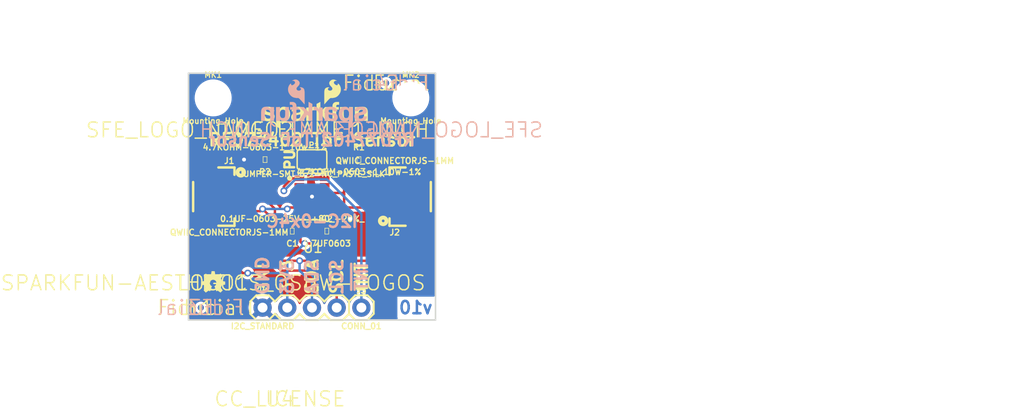
<source format=kicad_pcb>
(kicad_pcb (version 20221018) (generator pcbnew)
  (layers (0 "F.Cu" signal) (31 "B.Cu" signal) (34 "B.Paste" user) (35 "F.Paste" user) (36 "B.SilkS" user "B.Silkscreen") (37 "F.SilkS" user "F.Silkscreen") (38 "B.Mask" user) (39 "F.Mask" user) (44 "Edge.Cuts" user))
  (net 0 "")
  (net 1 "GND")
  (net 2 "+3V3")
  (net 3 "SDA")
  (net 4 "SCL")
  (net 5 "~{INT}")
  (net 6 "Net-(JP1-Pad1)")
  (net 7 "Net-(JP1-Pad3)")
  (footprint "SparkFun-Jumpers:SMT-JUMPER_3_2-NC_PASTE_SILK" (layer "F.Cu") (at 149.86 100.33)
    (fp_text reference "JP1" (at 0 -1.143) (layer "F.SilkS") (effects (font (size 0.57912 0.57912) (thickness 0.12192)) (justify bottom)))
    (fp_text value "JUMPER-SMT_3_2-NC_PASTE_SILK" (at 0 1.143) (layer "F.SilkS") (effects (font (size 0.57912 0.57912) (thickness 0.12192)) (justify top)))
    (pad "1" smd rect (at -0.8128 0) (size 0.635 1.27) (layers "F.Cu" "F.Paste" "F.Mask") (net 6 "Net-(JP1-Pad1)"))
    (pad "2" smd rect (at 0 0) (size 0.635 1.27) (layers "F.Cu" "F.Paste" "F.Mask") (net 2 "+3V3"))
    (pad "3" smd rect (at 0.8128 0) (size 0.635 1.27) (layers "F.Cu" "F.Paste" "F.Mask") (net 7 "Net-(JP1-Pad3)"))
  )
  (footprint "SparkFun-Aesthetics:OSHW-LOGO-MINI" (layer "F.Cu") (at 139.7 113.03)
    (fp_text reference "LOGO1" (at 0 0) (layer "F.SilkS") (effects (font (size 1.524 1.524))))
    (fp_text value "SPARKFUN-AESTHETICS_OSHW-LOGOS" (at 0 0) (layer "F.SilkS") (effects (font (size 1.524 1.524))))
  )
  (footprint "SparkFun-Hardware:STAND-OFF" (layer "F.Cu") (at 139.7 93.98)
    (fp_text reference "MK1" (at 0 -2.032) (layer "F.SilkS") (effects (font (size 0.57912 0.57912) (thickness 0.12192)) (justify bottom)))
    (fp_text value "Mounting_Hole" (at 0 2.032) (layer "F.SilkS") (effects (font (size 0.57912 0.57912) (thickness 0.12192)) (justify top)))
    (pad "" np_thru_hole circle (at 0 0) (size 3.302 3.302) (drill 3.302) (layers "*.Cu"))
  )
  (footprint "SparkFun-Hardware:STAND-OFF" (layer "F.Cu") (at 160.02 93.98)
    (fp_text reference "MK2" (at 0 -2.032) (layer "F.SilkS") (effects (font (size 0.57912 0.57912) (thickness 0.12192)) (justify bottom)))
    (fp_text value "Mounting_Hole" (at 0 2.032) (layer "F.SilkS") (effects (font (size 0.57912 0.57912) (thickness 0.12192)) (justify top)))
    (pad "" np_thru_hole circle (at 0 0) (size 3.302 3.302) (drill 3.302) (layers "*.Cu"))
  )
  (footprint "SparkFun-Aesthetics:CREATIVE_COMMONS" (layer "F.Cu") (at 146.558 124.968)
    (fp_text reference "U4" (at 0 0) (layer "F.SilkS") (effects (font (size 1.524 1.524))))
    (fp_text value "CC_LICENSE" (at 0 0) (layer "F.SilkS") (effects (font (size 1.524 1.524))))
  )
  (footprint "Aesthetics:SFE_LOGO_NAME_FLAME_.1" (layer "F.Cu") (at 144.272 97.282)
    (fp_text reference "LOGO2" (at 0 0) (layer "F.SilkS") (effects (font (size 1.524 1.524))))
    (fp_text value "SFE_LOGO_NAME_FLAME.1_INCH" (at 0 0) (layer "F.SilkS") (effects (font (size 1.524 1.524))))
  )
  (footprint "Capacitors:0603" (layer "F.Cu") (at 147.828 107.696 180)
    (fp_text reference "C1" (at 0 -1.27 180) (layer "F.SilkS") (effects (font (size 0.6096 0.6096) (thickness 0.127))))
    (fp_text value "0.1UF-0603-25V-_+80_-20%_" (at 0 1.27 180) (layer "F.SilkS") (effects (font (size 0.6096 0.6096) (thickness 0.127))))
    (pad "1" smd rect (at -0.84836 0 180) (size 1.09982 0.99822) (layers "F.Cu" "F.Paste" "F.Mask") (net 2 "+3V3"))
    (pad "2" smd rect (at 0.84836 0 180) (size 1.09982 0.99822) (layers "F.Cu" "F.Paste" "F.Mask") (net 1 "GND"))
  )
  (footprint "Capacitors:0603" (layer "F.Cu") (at 151.384 107.696)
    (fp_text reference "C2" (at 0 -1.27) (layer "F.SilkS") (effects (font (size 0.6096 0.6096) (thickness 0.127))))
    (fp_text value "4.7UF0603" (at 0 1.27) (layer "F.SilkS") (effects (font (size 0.6096 0.6096) (thickness 0.127))))
    (pad "1" smd rect (at -0.84836 0) (size 1.09982 0.99822) (layers "F.Cu" "F.Paste" "F.Mask") (net 2 "+3V3"))
    (pad "2" smd rect (at 0.84836 0) (size 1.09982 0.99822) (layers "F.Cu" "F.Paste" "F.Mask") (net 1 "GND"))
  )
  (footprint "Connectors:1X04_1MM_RA" (layer "F.Cu") (at 142.24 104.14 -90)
    (fp_text reference "J1" (at -3.683 0.889) (layer "F.SilkS") (effects (font (size 0.6096 0.6096) (thickness 0.127))))
    (fp_text value "QWIIC_CONNECTORJS-1MM" (at 3.683 0.889) (layer "F.SilkS") (effects (font (size 0.6096 0.6096) (thickness 0.127))))
    (pad "1" smd rect (at -1.4986 0 270) (size 0.59944 1.34874) (layers "F.Cu" "F.Paste" "F.Mask") (net 1 "GND"))
    (pad "2" smd rect (at -0.49784 0 270) (size 0.59944 1.34874) (layers "F.Cu" "F.Paste" "F.Mask") (net 2 "+3V3"))
    (pad "3" smd rect (at 0.49784 0 270) (size 0.59944 1.34874) (layers "F.Cu" "F.Paste" "F.Mask") (net 3 "SDA"))
    (pad "4" smd rect (at 1.4986 0 270) (size 0.59944 1.34874) (layers "F.Cu" "F.Paste" "F.Mask") (net 4 "SCL"))
    (pad "NC1" smd rect (at 2.79908 3.67284 270) (size 1.19888 1.99898) (layers "F.Cu" "F.Paste" "F.Mask"))
    (pad "NC2" smd rect (at -2.79908 3.67284 270) (size 1.19888 1.99898) (layers "F.Cu" "F.Paste" "F.Mask"))
  )
  (footprint "Connectors:1X04_1MM_RA" (layer "F.Cu") (at 157.48 104.14 90)
    (fp_text reference "J2" (at -3.683 0.889 180) (layer "F.SilkS") (effects (font (size 0.6096 0.6096) (thickness 0.127))))
    (fp_text value "QWIIC_CONNECTORJS-1MM" (at 3.683 0.889 180) (layer "F.SilkS") (effects (font (size 0.6096 0.6096) (thickness 0.127))))
    (pad "1" smd rect (at -1.4986 0 90) (size 0.59944 1.34874) (layers "F.Cu" "F.Paste" "F.Mask") (net 1 "GND"))
    (pad "2" smd rect (at -0.49784 0 90) (size 0.59944 1.34874) (layers "F.Cu" "F.Paste" "F.Mask") (net 2 "+3V3"))
    (pad "3" smd rect (at 0.49784 0 90) (size 0.59944 1.34874) (layers "F.Cu" "F.Paste" "F.Mask") (net 3 "SDA"))
    (pad "4" smd rect (at 1.4986 0 90) (size 0.59944 1.34874) (layers "F.Cu" "F.Paste" "F.Mask") (net 4 "SCL"))
    (pad "NC1" smd rect (at 2.79908 3.67284 90) (size 1.19888 1.99898) (layers "F.Cu" "F.Paste" "F.Mask"))
    (pad "NC2" smd rect (at -2.79908 3.67284 90) (size 1.19888 1.99898) (layers "F.Cu" "F.Paste" "F.Mask"))
  )
  (footprint "Connectors:1X01" (layer "F.Cu") (at 154.94 115.57)
    (fp_text reference "J3" (at 0 -1.778) (layer "F.SilkS") (effects (font (size 0.6096 0.6096) (thickness 0.127))))
    (fp_text value "CONN_01" (at 0 1.905) (layer "F.SilkS") (effects (font (size 0.6096 0.6096) (thickness 0.127))))
    (pad "1" thru_hole circle (at 0 0) (size 1.8796 1.8796) (drill 1.016) (layers "*.Cu" "*.Mask") (net 5 "~{INT}"))
  )
  (footprint "Connectors:1X04" (layer "F.Cu") (at 144.78 115.57)
    (fp_text reference "J4" (at 0 -1.905) (layer "F.SilkS") (effects (font (size 0.6096 0.6096) (thickness 0.127))))
    (fp_text value "I2C_STANDARD" (at 0 1.905) (layer "F.SilkS") (effects (font (size 0.6096 0.6096) (thickness 0.127))))
    (pad "1" thru_hole circle (at 0 0) (size 1.8796 1.8796) (drill 1.016) (layers "*.Cu" "*.Mask") (net 1 "GND"))
    (pad "2" thru_hole circle (at 2.54 0) (size 1.8796 1.8796) (drill 1.016) (layers "*.Cu" "*.Mask") (net 2 "+3V3"))
    (pad "3" thru_hole circle (at 5.08 0) (size 1.8796 1.8796) (drill 1.016) (layers "*.Cu" "*.Mask") (net 3 "SDA"))
    (pad "4" thru_hole circle (at 7.62 0) (size 1.8796 1.8796) (drill 1.016) (layers "*.Cu" "*.Mask") (net 4 "SCL"))
  )
  (footprint "Resistors:0603" (layer "F.Cu") (at 154.686 100.33)
    (fp_text reference "R1" (at 0 -1.27) (layer "F.SilkS") (effects (font (size 0.6096 0.6096) (thickness 0.127))))
    (fp_text value "4.7KOHM-0603-1_10W-1%" (at 0 1.27) (layer "F.SilkS") (effects (font (size 0.6096 0.6096) (thickness 0.127))))
    (pad "1" smd rect (at -0.84836 0) (size 1.09982 0.99822) (layers "F.Cu" "F.Paste" "F.Mask") (net 7 "Net-(JP1-Pad3)"))
    (pad "2" smd rect (at 0.84836 0) (size 1.09982 0.99822) (layers "F.Cu" "F.Paste" "F.Mask") (net 4 "SCL"))
  )
  (footprint "Resistors:0603" (layer "F.Cu") (at 145.034 100.33 180)
    (fp_text reference "R2" (at 0 -1.27 180) (layer "F.SilkS") (effects (font (size 0.6096 0.6096) (thickness 0.127))))
    (fp_text value "4.7KOHM-0603-1_10W-1%" (at 0 1.27 180) (layer "F.SilkS") (effects (font (size 0.6096 0.6096) (thickness 0.127))))
    (pad "1" smd rect (at -0.84836 0 180) (size 1.09982 0.99822) (layers "F.Cu" "F.Paste" "F.Mask") (net 6 "Net-(JP1-Pad1)"))
    (pad "2" smd rect (at 0.84836 0 180) (size 1.09982 0.99822) (layers "F.Cu" "F.Paste" "F.Mask") (net 3 "SDA"))
  )
  (footprint "Silicon-Custom:RFD77402" (layer "F.Cu") (at 149.86 104.14)
    (fp_text reference "U1" (at 0.1 5.28) (layer "F.SilkS"))
    (fp_text value "RFD77402")
    (pad "1" smd rect (at -1.3 -1.875 270) (size 0.55 1) (layers "F.Cu" "F.Paste" "F.Mask") (net 5 "~{INT}"))
    (pad "2" smd rect (at -1.3 -1.125 270) (size 0.55 1) (layers "F.Cu" "F.Paste" "F.Mask"))
    (pad "3" smd rect (at -1.3 -0.375 270) (size 0.55 1) (layers "F.Cu" "F.Paste" "F.Mask"))
    (pad "4" smd rect (at -1.3 0.375 270) (size 0.55 1) (layers "F.Cu" "F.Paste" "F.Mask"))
    (pad "5" smd rect (at -1.3 1.125 270) (size 0.55 1) (layers "F.Cu" "F.Paste" "F.Mask") (net 4 "SCL"))
    (pad "6" smd rect (at -1.3 1.875 270) (size 0.55 1) (layers "F.Cu" "F.Paste" "F.Mask") (net 3 "SDA"))
    (pad "7" smd rect (at 1.3 1.875 270) (size 0.55 1) (layers "F.Cu" "F.Paste" "F.Mask"))
    (pad "8" smd rect (at 1.3 1.125 270) (size 0.55 1) (layers "F.Cu" "F.Paste" "F.Mask") (net 2 "+3V3"))
    (pad "9" smd rect (at 1.3 0.375 270) (size 0.55 1) (layers "F.Cu" "F.Paste" "F.Mask") (net 1 "GND"))
    (pad "10" smd rect (at 1.3 -0.375 270) (size 0.55 1) (layers "F.Cu" "F.Paste" "F.Mask") (net 2 "+3V3"))
    (pad "11" smd rect (at 1.3 -1.125 270) (size 0.55 1) (layers "F.Cu" "F.Paste" "F.Mask"))
    (pad "12" smd rect (at 1.3 -1.875 270) (size 0.55 1) (layers "F.Cu" "F.Paste" "F.Mask") (net 1 "GND"))
  )
  (footprint "Aesthetics:FIDUCIAL-MICRO-NO_PASTE" (layer "F.Cu") (at 138.43 115.57)
    (fp_text reference "F1" (at 0 0) (layer "F.SilkS") (effects (font (size 1.524 1.524))))
    (fp_text value "Fiducial" (at 0 0) (layer "F.SilkS") (effects (font (size 1.524 1.524))))
    (pad "1" smd circle (at 0 0) (size 0.635 0.635) (layers "F.Cu" "F.Mask"))
  )
  (footprint "Aesthetics:FIDUCIAL-MICRO-NO_PASTE" (layer "F.Cu") (at 157.48 92.456)
    (fp_text reference "F2" (at 0 0) (layer "F.SilkS") (effects (font (size 1.524 1.524))))
    (fp_text value "Fiducial" (at 0 0) (layer "F.SilkS") (effects (font (size 1.524 1.524))))
    (pad "1" smd circle (at 0 0) (size 0.635 0.635) (layers "F.Cu" "F.Mask"))
  )
  (footprint "Aesthetics:SFE_LOGO_NAME_FLAME_.1" (layer "B.Cu") (at 155.956 97.282 180)
    (fp_text reference "LOGO3" (at 0 0 180) (layer "B.SilkS") (effects (font (size 1.524 1.524)) (justify mirror)))
    (fp_text value "SFE_LOGO_NAME_FLAME.1_INCH" (at 0 0 180) (layer "B.SilkS") (effects (font (size 1.524 1.524)) (justify mirror)))
  )
  (footprint "Aesthetics:FIDUCIAL-MICRO-NO_PASTE" (layer "B.Cu") (at 138.43 115.57)
    (fp_text reference "F3" (at 0 0) (layer "B.SilkS") (effects (font (size 1.524 1.524)) (justify mirror)))
    (fp_text value "Fiducial" (at 0 0) (layer "B.SilkS") (effects (font (size 1.524 1.524)) (justify mirror)))
    (pad "1" smd circle (at 0 0) (size 0.635 0.635) (layers "B.Cu" "B.Mask"))
  )
  (footprint "Aesthetics:FIDUCIAL-MICRO-NO_PASTE" (layer "B.Cu") (at 157.48 92.456)
    (fp_text reference "F4" (at 0 0) (layer "B.SilkS") (effects (font (size 1.524 1.524)) (justify mirror)))
    (fp_text value "Fiducial" (at 0 0) (layer "B.SilkS") (effects (font (size 1.524 1.524)) (justify mirror)))
    (pad "1" smd circle (at 0 0) (size 0.635 0.635) (layers "B.Cu" "B.Mask"))
  )
  (gr_line (start 162.56 91.44) (end 162.56 116.84) (stroke (width 0.15)) (layer "Edge.Cuts"))
  (gr_line (start 162.56 116.84) (end 137.16 116.84) (stroke (width 0.15)) (layer "Edge.Cuts"))
  (gr_line (start 137.16 116.84) (end 137.16 91.44) (stroke (width 0.15)) (layer "Edge.Cuts"))
  (gr_line (start 137.16 91.44) (end 162.56 91.44) (stroke (width 0.15)) (layer "Edge.Cuts"))
  (gr_text "v10" (at 160.528 115.57) (layer "B.Cu") (effects (font (size 1.27 1.27) (thickness 0.254)) (justify mirror)))
  (gr_text "~{INT}" (at 154.94 112.395 90) (layer "B.SilkS") (effects (font (size 1.27 1.27) (thickness 0.254)) (justify mirror)))
  (gr_text "SCL" (at 152.4 112.395 90) (layer "B.SilkS") (effects (font (size 1.27 1.27) (thickness 0.254)) (justify mirror)))
  (gr_text "SDA" (at 149.86 112.395 90) (layer "B.SilkS") (effects (font (size 1.27 1.27) (thickness 0.254)) (justify mirror)))
  (gr_text "3V3" (at 147.32 112.395 90) (layer "B.SilkS") (effects (font (size 1.27 1.27) (thickness 0.254)) (justify mirror)))
  (gr_text "GND" (at 144.78 112.268 90) (layer "B.SilkS") (effects (font (size 1.27 1.27) (thickness 0.254)) (justify mirror)))
  (gr_text "RFD77402 ToF Sensor" (at 149.86 98.298) (layer "B.SilkS") (effects (font (size 1.27 1.27) (thickness 0.254)) (justify mirror)))
  (gr_text "I2C-0x4C" (at 149.86 106.68) (layer "B.SilkS") (effects (font (size 1.27 1.27) (thickness 0.254)) (justify mirror)))
  (gr_text "~{INT}" (at 154.94 112.395 90) (layer "F.SilkS") (effects (font (size 1.27 1.27) (thickness 0.254))))
  (gr_text "PU" (at 147.574 100.33 90) (layer "F.SilkS") (effects (font (size 1 1) (thickness 0.25))))
  (gr_text "RFD77402 ToF Sensor" (at 149.86 98.298) (layer "F.SilkS") (effects (font (size 1.27 1.27) (thickness 0.254))))
  (gr_text "GND" (at 144.78 112.268 90) (layer "F.SilkS") (effects (font (size 1.27 1.27) (thickness 0.254))))
  (gr_text "SCL" (at 152.4 112.395 90) (layer "F.SilkS") (effects (font (size 1.27 1.27) (thickness 0.254))))
  (gr_text "SDA" (at 149.86 112.395 90) (layer "F.SilkS") (effects (font (size 1.27 1.27) (thickness 0.254))))
  (gr_text "3V3" (at 147.32 112.395 90) (layer "F.SilkS") (effects (font (size 1.27 1.27) (thickness 0.254))))
  (segment (start 142.24 100.965) (end 142.875 100.33) (width 0.25) (layer "F.Cu") (net 1))
  (segment (start 150.235 104.515) (end 149.86 104.14) (width 0.25) (layer "F.Cu") (net 1))
  (segment (start 153.797 106.281) (end 153.797 106.426) (width 0.25) (layer "F.Cu") (net 1))
  (segment (start 142.24 100.965) (end 142.24 102.64) (width 0.25) (layer "F.Cu") (net 1))
  (segment (start 157.48 105.64) (end 157.105 105.64) (width 0.25) (layer "F.Cu") (net 1))
  (segment (start 151.16 104.515) (end 150.235 104.515) (width 0.25) (layer "F.Cu") (net 1))
  (segment (start 157.105 105.64) (end 153.797 106.281) (width 0.25) (layer "F.Cu") (net 1))
  (via (at 153.797 106.426) (size 0.7) (drill 0.4) (layers "F.Cu" "B.Cu") (net 1))
  (via (at 149.86 104.14) (size 0.7) (drill 0.4) (layers "F.Cu" "B.Cu") (net 1))
  (via (at 142.875 100.33) (size 0.7) (drill 0.4) (layers "F.Cu" "B.Cu") (net 1))
  (segment (start 148.844 108.966) (end 148.67636 108.79836) (width 0.25) (layer "F.Cu") (net 2))
  (segment (start 148.67636 108.79836) (end 148.67636 107.696) (width 0.25) (layer "F.Cu") (net 2))
  (segment (start 150.114 108.966) (end 150.53564 108.54436) (width 0.25) (layer "F.Cu") (net 2))
  (segment (start 150.53564 108.54436) (end 150.53564 107.696) (width 0.25) (layer "F.Cu") (net 2))
  (segment (start 140.462 104.14) (end 140.462 109.728) (width 0.25) (layer "F.Cu") (net 2))
  (segment (start 140.462 109.728) (end 142.748 112.014) (width 0.25) (layer "F.Cu") (net 2))
  (segment (start 142.748 112.014) (end 143.256 112.014) (width 0.25) (layer "F.Cu") (net 2))
  (segment (start 149.86 98.552) (end 149.098 97.79) (width 0.25) (layer "F.Cu") (net 2))
  (segment (start 149.098 97.79) (end 140.97 97.79) (width 0.25) (layer "F.Cu") (net 2))
  (segment (start 140.97 97.79) (end 140.462 98.298) (width 0.25) (layer "F.Cu") (net 2))
  (segment (start 140.462 98.298) (end 140.462 103.632) (width 0.25) (layer "F.Cu") (net 2))
  (segment (start 140.462 103.632) (end 140.462 104.14) (width 0.25) (layer "F.Cu") (net 2))
  (segment (start 142.22984 103.632) (end 142.24 103.64216) (width 0.25) (layer "F.Cu") (net 2))
  (segment (start 151.16 103.765) (end 153.041 103.765) (width 0.25) (layer "F.Cu") (net 2))
  (segment (start 153.162 105.265) (end 153.162 103.886) (width 0.25) (layer "F.Cu") (net 2))
  (segment (start 155.085 105.265) (end 155.71 104.64) (width 0.25) (layer "F.Cu") (net 2))
  (segment (start 153.162 102.997) (end 153.162 103.886) (width 0.25) (layer "F.Cu") (net 2))
  (segment (start 153.162 105.265) (end 155.085 105.265) (width 0.25) (layer "F.Cu") (net 2))
  (segment (start 153.041 103.765) (end 153.162 103.886) (width 0.25) (layer "F.Cu") (net 2))
  (segment (start 149.86 100.33) (end 149.86 101.346) (width 0.25) (layer "F.Cu") (net 2))
  (segment (start 149.86 100.33) (end 149.86 98.552) (width 0.25) (layer "F.Cu") (net 2))
  (segment (start 151.765 101.6) (end 153.162 102.997) (width 0.25) (layer "F.Cu") (net 2))
  (segment (start 150.114 101.6) (end 151.765 101.6) (width 0.25) (layer "F.Cu") (net 2))
  (segment (start 149.86 101.346) (end 150.114 101.6) (width 0.25) (layer "F.Cu") (net 2))
  (segment (start 155.71 104.64) (end 157.48 104.64) (width 0.25) (layer "F.Cu") (net 2))
  (segment (start 149.098 108.966) (end 148.844 108.966) (width 0.25) (layer "F.Cu") (net 2))
  (segment (start 149.098 108.966) (end 150.114 108.966) (width 0.25) (layer "F.Cu") (net 2))
  (segment (start 140.462 103.632) (end 142.22984 103.632) (width 0.25) (layer "F.Cu") (net 2))
  (segment (start 151.16 105.265) (end 153.162 105.265) (width 0.25) (layer "F.Cu") (net 2))
  (via (at 149.098 108.966) (size 0.7) (drill 0.4) (layers "F.Cu" "B.Cu") (net 2))
  (via (at 143.256 112.014) (size 0.7) (drill 0.4) (layers "F.Cu" "B.Cu") (net 2))
  (segment (start 147.32 110.744) (end 149.098 108.966) (width 0.25) (layer "B.Cu") (net 2))
  (segment (start 143.256 112.014) (end 147.32 112.014) (width 0.25) (layer "B.Cu") (net 2))
  (segment (start 147.32 112.014) (end 147.32 110.744) (width 0.25) (layer "B.Cu") (net 2))
  (segment (start 147.32 115.57) (end 147.32 112.014) (width 0.25) (layer "B.Cu") (net 2))
  (segment (start 158.25 103.64) (end 158.75 104.14) (width 0.25) (layer "F.Cu") (net 3))
  (segment (start 146.05 105.41) (end 145.27784 104.63784) (width 0.25) (layer "F.Cu") (net 3))
  (segment (start 145.27784 104.63784) (end 144.272 104.63784) (width 0.25) (layer "F.Cu") (net 3))
  (segment (start 144.18564 104.63784) (end 144.1958 104.648) (width 0.25) (layer "F.Cu") (net 3))
  (segment (start 144.1958 104.648) (end 144.272 104.648) (width 0.25) (layer "F.Cu") (net 3))
  (segment (start 144.272 104.648) (end 144.272 104.63784) (width 0.25) (layer "F.Cu") (net 3))
  (segment (start 144.272 104.63784) (end 142.24 104.63784) (width 0.25) (layer "F.Cu") (net 3))
  (segment (start 146.812 110.744) (end 148.59 110.744) (width 0.25) (layer "F.Cu") (net 3))
  (segment (start 146.05 106.172) (end 146.05 105.41) (width 0.25) (layer "F.Cu") (net 3))
  (segment (start 157.48 103.64) (end 158.25 103.64) (width 0.25) (layer "F.Cu") (net 3))
  (segment (start 158.75 104.14) (end 158.75 109.22) (width 0.25) (layer "F.Cu") (net 3))
  (segment (start 148.56 106.015) (end 147.81 106.015) (width 0.25) (layer "F.Cu") (net 3))
  (segment (start 146.05 106.172) (end 146.05 109.982) (width 0.25) (layer "F.Cu") (net 3))
  (segment (start 146.05 109.982) (end 146.812 110.744) (width 0.25) (layer "F.Cu") (net 3))
  (segment (start 147.653 106.172) (end 146.05 106.172) (width 0.25) (layer "F.Cu") (net 3))
  (segment (start 147.81 106.015) (end 147.653 106.172) (width 0.25) (layer "F.Cu") (net 3))
  (segment (start 148.59 110.744) (end 157.226 110.744) (width 0.25) (layer "F.Cu") (net 3))
  (segment (start 158.75 109.22) (end 157.226 110.744) (width 0.25) (layer "F.Cu") (net 3))
  (segment (start 144.18564 100.33) (end 144.18564 104.63784) (width 0.25) (layer "F.Cu") (net 3))
  (via (at 148.59 110.744) (size 0.7) (drill 0.4) (layers "F.Cu" "B.Cu") (net 3))
  (segment (start 148.59 111.76) (end 148.59 110.744) (width 0.25) (layer "B.Cu") (net 3))
  (segment (start 149.86 113.03) (end 148.59 111.76) (width 0.25) (layer "B.Cu") (net 3))
  (segment (start 149.86 115.57) (end 149.86 113.03) (width 0.25) (layer "B.Cu") (net 3))
  (segment (start 159.155 102.64) (end 159.385 102.87) (width 0.25) (layer "F.Cu") (net 4))
  (segment (start 159.385 102.87) (end 159.385 109.855) (width 0.25) (layer "F.Cu") (net 4))
  (segment (start 159.385 109.855) (end 157.48 111.76) (width 0.25) (layer "F.Cu") (net 4))
  (segment (start 157.48 111.76) (end 153.67 111.76) (width 0.25) (layer "F.Cu") (net 4))
  (segment (start 145.415 106.68) (end 145.415 110.49) (width 0.25) (layer "F.Cu") (net 4))
  (segment (start 145.415 110.49) (end 146.685 111.76) (width 0.25) (layer "F.Cu") (net 4))
  (segment (start 146.685 111.76) (end 152.4 111.76) (width 0.25) (layer "F.Cu") (net 4))
  (segment (start 152.4 111.76) (end 153.67 111.76) (width 0.25) (layer "F.Cu") (net 4))
  (segment (start 144.55 105.64) (end 144.78 105.41) (width 0.25) (layer "F.Cu") (net 4))
  (segment (start 145.415 106.045) (end 144.78 105.41) (width 0.25) (layer "F.Cu") (net 4))
  (segment (start 155.53436 101.94036) (end 156.2354 102.6414) (width 0.25) (layer "F.Cu") (net 4))
  (segment (start 156.2354 102.6414) (end 157.48 102.6414) (width 0.25) (layer "F.Cu") (net 4))
  (segment (start 147.465 105.265) (end 147.32 105.41) (width 0.25) (layer "F.Cu") (net 4))
  (segment (start 152.4 115.57) (end 152.4 111.76) (width 0.25) (layer "F.Cu") (net 4))
  (segment (start 145.415 106.68) (end 145.415 106.045) (width 0.25) (layer "F.Cu") (net 4))
  (segment (start 148.56 105.265) (end 147.465 105.265) (width 0.25) (layer "F.Cu") (net 4))
  (segment (start 155.53436 100.33) (end 155.53436 101.94036) (width 0.25) (layer "F.Cu") (net 4))
  (segment (start 142.24 105.64) (end 144.55 105.64) (width 0.25) (layer "F.Cu") (net 4))
  (segment (start 157.48 102.64) (end 159.155 102.64) (width 0.25) (layer "F.Cu") (net 4))
  (via (at 147.32 105.41) (size 0.7) (drill 0.4) (layers "F.Cu" "B.Cu") (net 4))
  (via (at 144.78 105.41) (size 0.7) (drill 0.4) (layers "F.Cu" "B.Cu") (net 4))
  (segment (start 144.78 105.41) (end 147.32 105.41) (width 0.25) (layer "B.Cu") (net 4))
  (segment (start 146.969702 103.105298) (end 146.969702 103.545) (width 0.25) (layer "F.Cu") (net 5))
  (segment (start 148.56 102.265) (end 147.81 102.265) (width 0.25) (layer "F.Cu") (net 5))
  (segment (start 147.81 102.265) (end 146.969702 103.105298) (width 0.25) (layer "F.Cu") (net 5))
  (via (at 146.969702 103.545) (size 0.7) (drill 0.4) (layers "F.Cu" "B.Cu") (net 5))
  (segment (start 154.94 105.918) (end 151.384 102.362) (width 0.25) (layer "B.Cu") (net 5))
  (segment (start 154.94 115.57) (end 154.94 105.918) (width 0.25) (layer "B.Cu") (net 5))
  (segment (start 151.384 102.362) (end 148.152702 102.362) (width 0.25) (layer "B.Cu") (net 5))
  (segment (start 148.152702 102.362) (end 146.969702 103.545) (width 0.25) (layer "B.Cu") (net 5))
  (segment (start 149.0472 100.33) (end 145.88236 100.33) (width 0.25) (layer "F.Cu") (net 6))
  (segment (start 153.83764 100.33) (end 150.6728 100.33) (width 0.25) (layer "F.Cu") (net 7))
  (zone (net 1) (net_name "GND") (layer "F.Cu") (connect_pads (clearance 0.3048)) (min_thickness 0.2032) (fill yes (thermal_gap 0.508) (thermal_bridge_width 0.508))
    (polygon (pts (xy 162.56 116.84) (xy 137.16 116.84) (xy 137.16 91.44) (xy 162.56 91.44)))
  )
  (zone (net 1) (net_name "GND") (layer "B.Cu") (connect_pads (clearance 0.3048)) (min_thickness 0.2032) (fill yes (thermal_gap 0.508) (thermal_bridge_width 0.508))
    (polygon (pts (xy 137.16 91.44) (xy 162.56 91.44) (xy 162.56 116.84) (xy 137.16 116.84)))
  )
)
</source>
